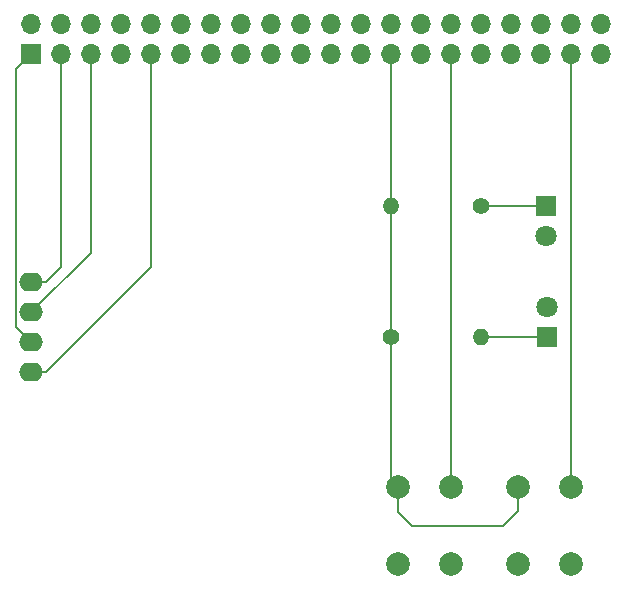
<source format=gtl>
G04 #@! TF.GenerationSoftware,KiCad,Pcbnew,5.1.9-5.1.9*
G04 #@! TF.CreationDate,2021-03-22T11:55:19+01:00*
G04 #@! TF.ProjectId,tomodachi,746f6d6f-6461-4636-9869-2e6b69636164,2.2*
G04 #@! TF.SameCoordinates,Original*
G04 #@! TF.FileFunction,Copper,L1,Top*
G04 #@! TF.FilePolarity,Positive*
%FSLAX46Y46*%
G04 Gerber Fmt 4.6, Leading zero omitted, Abs format (unit mm)*
G04 Created by KiCad (PCBNEW 5.1.9-5.1.9) date 2021-03-22 11:55:19*
%MOMM*%
%LPD*%
G01*
G04 APERTURE LIST*
G04 #@! TA.AperFunction,ComponentPad*
%ADD10C,2.000000*%
G04 #@! TD*
G04 #@! TA.AperFunction,ComponentPad*
%ADD11O,1.400000X1.400000*%
G04 #@! TD*
G04 #@! TA.AperFunction,ComponentPad*
%ADD12C,1.400000*%
G04 #@! TD*
G04 #@! TA.AperFunction,ComponentPad*
%ADD13C,1.800000*%
G04 #@! TD*
G04 #@! TA.AperFunction,ComponentPad*
%ADD14R,1.800000X1.800000*%
G04 #@! TD*
G04 #@! TA.AperFunction,ComponentPad*
%ADD15O,2.000000X1.600000*%
G04 #@! TD*
G04 #@! TA.AperFunction,ComponentPad*
%ADD16R,1.700000X1.700000*%
G04 #@! TD*
G04 #@! TA.AperFunction,ComponentPad*
%ADD17O,1.700000X1.700000*%
G04 #@! TD*
G04 #@! TA.AperFunction,Conductor*
%ADD18C,0.200000*%
G04 #@! TD*
G04 APERTURE END LIST*
D10*
X239400000Y-135480000D03*
X243900000Y-135480000D03*
X239400000Y-141980000D03*
X243900000Y-141980000D03*
X249593500Y-135435500D03*
X254093500Y-135435500D03*
X249593500Y-141935500D03*
X254093500Y-141935500D03*
D11*
X246482000Y-122758500D03*
D12*
X238862000Y-122758500D03*
D11*
X238862000Y-111646000D03*
D12*
X246482000Y-111646000D03*
D13*
X252006500Y-120218500D03*
D14*
X252006500Y-122758500D03*
D13*
X251943000Y-114186000D03*
D14*
X251943000Y-111646000D03*
D15*
X208386500Y-118123500D03*
X208386500Y-120663500D03*
X208386500Y-125743500D03*
X208386500Y-123203500D03*
D16*
X208370000Y-98770000D03*
D17*
X208370000Y-96230000D03*
X210910000Y-98770000D03*
X210910000Y-96230000D03*
X213450000Y-98770000D03*
X213450000Y-96230000D03*
X215990000Y-98770000D03*
X215990000Y-96230000D03*
X218530000Y-98770000D03*
X218530000Y-96230000D03*
X221070000Y-98770000D03*
X221070000Y-96230000D03*
X223610000Y-98770000D03*
X223610000Y-96230000D03*
X226150000Y-98770000D03*
X226150000Y-96230000D03*
X228690000Y-98770000D03*
X228690000Y-96230000D03*
X231230000Y-98770000D03*
X231230000Y-96230000D03*
X233770000Y-98770000D03*
X233770000Y-96230000D03*
X236310000Y-98770000D03*
X236310000Y-96230000D03*
X238850000Y-98770000D03*
X238850000Y-96230000D03*
X241390000Y-98770000D03*
X241390000Y-96230000D03*
X243930000Y-98770000D03*
X243930000Y-96230000D03*
X246470000Y-98770000D03*
X246470000Y-96230000D03*
X249010000Y-98770000D03*
X249010000Y-96230000D03*
X251550000Y-98770000D03*
X251550000Y-96230000D03*
X254090000Y-98770000D03*
X254090000Y-96230000D03*
X256630000Y-98770000D03*
X256630000Y-96230000D03*
D18*
X207086490Y-100053510D02*
X208370000Y-98770000D01*
X207086490Y-121903490D02*
X207086490Y-100053510D01*
X208386500Y-123203500D02*
X207086490Y-121903490D01*
X218530000Y-116800000D02*
X218530000Y-98770000D01*
X209586500Y-125743500D02*
X218530000Y-116800000D01*
X208386500Y-125743500D02*
X209586500Y-125743500D01*
X238862000Y-122758500D02*
X238862000Y-111646000D01*
X238862000Y-98782000D02*
X238850000Y-98770000D01*
X238862000Y-111646000D02*
X238862000Y-98782000D01*
X238862000Y-122758500D02*
X238862000Y-134942000D01*
X238862000Y-134942000D02*
X239400000Y-135480000D01*
X249593500Y-135435500D02*
X249593500Y-137449860D01*
X249593500Y-137449860D02*
X248290480Y-138752880D01*
X248290480Y-138752880D02*
X240579040Y-138752880D01*
X239400000Y-137573840D02*
X239400000Y-135480000D01*
X240579040Y-138752880D02*
X239400000Y-137573840D01*
X243900000Y-98800000D02*
X243930000Y-98770000D01*
X243900000Y-135480000D02*
X243900000Y-98800000D01*
X254093500Y-98773500D02*
X254090000Y-98770000D01*
X254093500Y-135435500D02*
X254093500Y-98773500D01*
X209586500Y-118123500D02*
X208386500Y-118123500D01*
X210910000Y-116800000D02*
X209586500Y-118123500D01*
X210910000Y-98770000D02*
X210910000Y-116800000D01*
X213450000Y-115600000D02*
X213450000Y-98770000D01*
X208386500Y-120663500D02*
X213450000Y-115600000D01*
X251943000Y-111646000D02*
X246482000Y-111646000D01*
X252006500Y-122758500D02*
X246482000Y-122758500D01*
M02*

</source>
